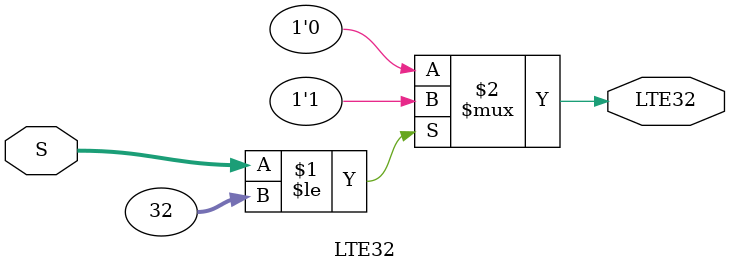
<source format=v>


// PROGRAM		"Quartus Prime"
// VERSION		"Version 18.0.0 Build 614 04/24/2018 SJ Lite Edition"
// CREATED		"Wed Mar 29 15:12:01 2023"

module LTE32(
	S,
	LTE32
);

input wire	[7:0] S;
output wire	LTE32;

//assign	LTE32 = ~(S[7] | S[6] | (S[5] & (S[4] | S[3] | S[2] | S[1] | S[0])));
assign	LTE32 = (S <= 32) ? 1'b1 : 1'b0;

endmodule

</source>
